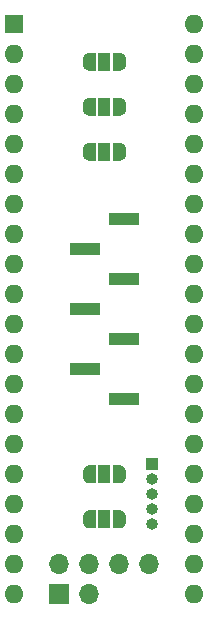
<source format=gbr>
G04 #@! TF.GenerationSoftware,KiCad,Pcbnew,(5.1.5)-3*
G04 #@! TF.CreationDate,2021-01-25T20:45:38-05:00*
G04 #@! TF.ProjectId,DIP40-XC9572XL,44495034-302d-4584-9339-353732584c2e,1*
G04 #@! TF.SameCoordinates,Original*
G04 #@! TF.FileFunction,Soldermask,Top*
G04 #@! TF.FilePolarity,Negative*
%FSLAX46Y46*%
G04 Gerber Fmt 4.6, Leading zero omitted, Abs format (unit mm)*
G04 Created by KiCad (PCBNEW (5.1.5)-3) date 2021-01-25 20:45:38*
%MOMM*%
%LPD*%
G04 APERTURE LIST*
%ADD10R,1.700000X1.700000*%
%ADD11O,1.700000X1.700000*%
%ADD12R,2.510000X1.000000*%
%ADD13R,1.000000X1.500000*%
%ADD14C,0.100000*%
%ADD15R,1.600000X1.600000*%
%ADD16O,1.600000X1.600000*%
%ADD17R,1.000000X1.000000*%
%ADD18O,1.000000X1.000000*%
G04 APERTURE END LIST*
D10*
X102870000Y-96520000D03*
D11*
X102870000Y-93980000D03*
X105410000Y-96520000D03*
X105410000Y-93980000D03*
X107950000Y-93980000D03*
X110490000Y-93980000D03*
D12*
X105025000Y-67310000D03*
X105025000Y-72390000D03*
X105025000Y-77470000D03*
X108335000Y-64770000D03*
X108335000Y-69850000D03*
X108335000Y-74930000D03*
X108335000Y-80010000D03*
D13*
X106680000Y-51435000D03*
D14*
G36*
X107980000Y-50685602D02*
G01*
X108004534Y-50685602D01*
X108053365Y-50690412D01*
X108101490Y-50699984D01*
X108148445Y-50714228D01*
X108193778Y-50733005D01*
X108237051Y-50756136D01*
X108277850Y-50783396D01*
X108315779Y-50814524D01*
X108350476Y-50849221D01*
X108381604Y-50887150D01*
X108408864Y-50927949D01*
X108431995Y-50971222D01*
X108450772Y-51016555D01*
X108465016Y-51063510D01*
X108474588Y-51111635D01*
X108479398Y-51160466D01*
X108479398Y-51185000D01*
X108480000Y-51185000D01*
X108480000Y-51685000D01*
X108479398Y-51685000D01*
X108479398Y-51709534D01*
X108474588Y-51758365D01*
X108465016Y-51806490D01*
X108450772Y-51853445D01*
X108431995Y-51898778D01*
X108408864Y-51942051D01*
X108381604Y-51982850D01*
X108350476Y-52020779D01*
X108315779Y-52055476D01*
X108277850Y-52086604D01*
X108237051Y-52113864D01*
X108193778Y-52136995D01*
X108148445Y-52155772D01*
X108101490Y-52170016D01*
X108053365Y-52179588D01*
X108004534Y-52184398D01*
X107980000Y-52184398D01*
X107980000Y-52185000D01*
X107430000Y-52185000D01*
X107430000Y-50685000D01*
X107980000Y-50685000D01*
X107980000Y-50685602D01*
G37*
G36*
X105930000Y-52185000D02*
G01*
X105380000Y-52185000D01*
X105380000Y-52184398D01*
X105355466Y-52184398D01*
X105306635Y-52179588D01*
X105258510Y-52170016D01*
X105211555Y-52155772D01*
X105166222Y-52136995D01*
X105122949Y-52113864D01*
X105082150Y-52086604D01*
X105044221Y-52055476D01*
X105009524Y-52020779D01*
X104978396Y-51982850D01*
X104951136Y-51942051D01*
X104928005Y-51898778D01*
X104909228Y-51853445D01*
X104894984Y-51806490D01*
X104885412Y-51758365D01*
X104880602Y-51709534D01*
X104880602Y-51685000D01*
X104880000Y-51685000D01*
X104880000Y-51185000D01*
X104880602Y-51185000D01*
X104880602Y-51160466D01*
X104885412Y-51111635D01*
X104894984Y-51063510D01*
X104909228Y-51016555D01*
X104928005Y-50971222D01*
X104951136Y-50927949D01*
X104978396Y-50887150D01*
X105009524Y-50849221D01*
X105044221Y-50814524D01*
X105082150Y-50783396D01*
X105122949Y-50756136D01*
X105166222Y-50733005D01*
X105211555Y-50714228D01*
X105258510Y-50699984D01*
X105306635Y-50690412D01*
X105355466Y-50685602D01*
X105380000Y-50685602D01*
X105380000Y-50685000D01*
X105930000Y-50685000D01*
X105930000Y-52185000D01*
G37*
D13*
X106680000Y-55245000D03*
D14*
G36*
X107980000Y-54495602D02*
G01*
X108004534Y-54495602D01*
X108053365Y-54500412D01*
X108101490Y-54509984D01*
X108148445Y-54524228D01*
X108193778Y-54543005D01*
X108237051Y-54566136D01*
X108277850Y-54593396D01*
X108315779Y-54624524D01*
X108350476Y-54659221D01*
X108381604Y-54697150D01*
X108408864Y-54737949D01*
X108431995Y-54781222D01*
X108450772Y-54826555D01*
X108465016Y-54873510D01*
X108474588Y-54921635D01*
X108479398Y-54970466D01*
X108479398Y-54995000D01*
X108480000Y-54995000D01*
X108480000Y-55495000D01*
X108479398Y-55495000D01*
X108479398Y-55519534D01*
X108474588Y-55568365D01*
X108465016Y-55616490D01*
X108450772Y-55663445D01*
X108431995Y-55708778D01*
X108408864Y-55752051D01*
X108381604Y-55792850D01*
X108350476Y-55830779D01*
X108315779Y-55865476D01*
X108277850Y-55896604D01*
X108237051Y-55923864D01*
X108193778Y-55946995D01*
X108148445Y-55965772D01*
X108101490Y-55980016D01*
X108053365Y-55989588D01*
X108004534Y-55994398D01*
X107980000Y-55994398D01*
X107980000Y-55995000D01*
X107430000Y-55995000D01*
X107430000Y-54495000D01*
X107980000Y-54495000D01*
X107980000Y-54495602D01*
G37*
G36*
X105930000Y-55995000D02*
G01*
X105380000Y-55995000D01*
X105380000Y-55994398D01*
X105355466Y-55994398D01*
X105306635Y-55989588D01*
X105258510Y-55980016D01*
X105211555Y-55965772D01*
X105166222Y-55946995D01*
X105122949Y-55923864D01*
X105082150Y-55896604D01*
X105044221Y-55865476D01*
X105009524Y-55830779D01*
X104978396Y-55792850D01*
X104951136Y-55752051D01*
X104928005Y-55708778D01*
X104909228Y-55663445D01*
X104894984Y-55616490D01*
X104885412Y-55568365D01*
X104880602Y-55519534D01*
X104880602Y-55495000D01*
X104880000Y-55495000D01*
X104880000Y-54995000D01*
X104880602Y-54995000D01*
X104880602Y-54970466D01*
X104885412Y-54921635D01*
X104894984Y-54873510D01*
X104909228Y-54826555D01*
X104928005Y-54781222D01*
X104951136Y-54737949D01*
X104978396Y-54697150D01*
X105009524Y-54659221D01*
X105044221Y-54624524D01*
X105082150Y-54593396D01*
X105122949Y-54566136D01*
X105166222Y-54543005D01*
X105211555Y-54524228D01*
X105258510Y-54509984D01*
X105306635Y-54500412D01*
X105355466Y-54495602D01*
X105380000Y-54495602D01*
X105380000Y-54495000D01*
X105930000Y-54495000D01*
X105930000Y-55995000D01*
G37*
G36*
X105930000Y-59805000D02*
G01*
X105380000Y-59805000D01*
X105380000Y-59804398D01*
X105355466Y-59804398D01*
X105306635Y-59799588D01*
X105258510Y-59790016D01*
X105211555Y-59775772D01*
X105166222Y-59756995D01*
X105122949Y-59733864D01*
X105082150Y-59706604D01*
X105044221Y-59675476D01*
X105009524Y-59640779D01*
X104978396Y-59602850D01*
X104951136Y-59562051D01*
X104928005Y-59518778D01*
X104909228Y-59473445D01*
X104894984Y-59426490D01*
X104885412Y-59378365D01*
X104880602Y-59329534D01*
X104880602Y-59305000D01*
X104880000Y-59305000D01*
X104880000Y-58805000D01*
X104880602Y-58805000D01*
X104880602Y-58780466D01*
X104885412Y-58731635D01*
X104894984Y-58683510D01*
X104909228Y-58636555D01*
X104928005Y-58591222D01*
X104951136Y-58547949D01*
X104978396Y-58507150D01*
X105009524Y-58469221D01*
X105044221Y-58434524D01*
X105082150Y-58403396D01*
X105122949Y-58376136D01*
X105166222Y-58353005D01*
X105211555Y-58334228D01*
X105258510Y-58319984D01*
X105306635Y-58310412D01*
X105355466Y-58305602D01*
X105380000Y-58305602D01*
X105380000Y-58305000D01*
X105930000Y-58305000D01*
X105930000Y-59805000D01*
G37*
G36*
X107980000Y-58305602D02*
G01*
X108004534Y-58305602D01*
X108053365Y-58310412D01*
X108101490Y-58319984D01*
X108148445Y-58334228D01*
X108193778Y-58353005D01*
X108237051Y-58376136D01*
X108277850Y-58403396D01*
X108315779Y-58434524D01*
X108350476Y-58469221D01*
X108381604Y-58507150D01*
X108408864Y-58547949D01*
X108431995Y-58591222D01*
X108450772Y-58636555D01*
X108465016Y-58683510D01*
X108474588Y-58731635D01*
X108479398Y-58780466D01*
X108479398Y-58805000D01*
X108480000Y-58805000D01*
X108480000Y-59305000D01*
X108479398Y-59305000D01*
X108479398Y-59329534D01*
X108474588Y-59378365D01*
X108465016Y-59426490D01*
X108450772Y-59473445D01*
X108431995Y-59518778D01*
X108408864Y-59562051D01*
X108381604Y-59602850D01*
X108350476Y-59640779D01*
X108315779Y-59675476D01*
X108277850Y-59706604D01*
X108237051Y-59733864D01*
X108193778Y-59756995D01*
X108148445Y-59775772D01*
X108101490Y-59790016D01*
X108053365Y-59799588D01*
X108004534Y-59804398D01*
X107980000Y-59804398D01*
X107980000Y-59805000D01*
X107430000Y-59805000D01*
X107430000Y-58305000D01*
X107980000Y-58305000D01*
X107980000Y-58305602D01*
G37*
D13*
X106680000Y-59055000D03*
D14*
G36*
X105930000Y-87110000D02*
G01*
X105380000Y-87110000D01*
X105380000Y-87109398D01*
X105355466Y-87109398D01*
X105306635Y-87104588D01*
X105258510Y-87095016D01*
X105211555Y-87080772D01*
X105166222Y-87061995D01*
X105122949Y-87038864D01*
X105082150Y-87011604D01*
X105044221Y-86980476D01*
X105009524Y-86945779D01*
X104978396Y-86907850D01*
X104951136Y-86867051D01*
X104928005Y-86823778D01*
X104909228Y-86778445D01*
X104894984Y-86731490D01*
X104885412Y-86683365D01*
X104880602Y-86634534D01*
X104880602Y-86610000D01*
X104880000Y-86610000D01*
X104880000Y-86110000D01*
X104880602Y-86110000D01*
X104880602Y-86085466D01*
X104885412Y-86036635D01*
X104894984Y-85988510D01*
X104909228Y-85941555D01*
X104928005Y-85896222D01*
X104951136Y-85852949D01*
X104978396Y-85812150D01*
X105009524Y-85774221D01*
X105044221Y-85739524D01*
X105082150Y-85708396D01*
X105122949Y-85681136D01*
X105166222Y-85658005D01*
X105211555Y-85639228D01*
X105258510Y-85624984D01*
X105306635Y-85615412D01*
X105355466Y-85610602D01*
X105380000Y-85610602D01*
X105380000Y-85610000D01*
X105930000Y-85610000D01*
X105930000Y-87110000D01*
G37*
G36*
X107980000Y-85610602D02*
G01*
X108004534Y-85610602D01*
X108053365Y-85615412D01*
X108101490Y-85624984D01*
X108148445Y-85639228D01*
X108193778Y-85658005D01*
X108237051Y-85681136D01*
X108277850Y-85708396D01*
X108315779Y-85739524D01*
X108350476Y-85774221D01*
X108381604Y-85812150D01*
X108408864Y-85852949D01*
X108431995Y-85896222D01*
X108450772Y-85941555D01*
X108465016Y-85988510D01*
X108474588Y-86036635D01*
X108479398Y-86085466D01*
X108479398Y-86110000D01*
X108480000Y-86110000D01*
X108480000Y-86610000D01*
X108479398Y-86610000D01*
X108479398Y-86634534D01*
X108474588Y-86683365D01*
X108465016Y-86731490D01*
X108450772Y-86778445D01*
X108431995Y-86823778D01*
X108408864Y-86867051D01*
X108381604Y-86907850D01*
X108350476Y-86945779D01*
X108315779Y-86980476D01*
X108277850Y-87011604D01*
X108237051Y-87038864D01*
X108193778Y-87061995D01*
X108148445Y-87080772D01*
X108101490Y-87095016D01*
X108053365Y-87104588D01*
X108004534Y-87109398D01*
X107980000Y-87109398D01*
X107980000Y-87110000D01*
X107430000Y-87110000D01*
X107430000Y-85610000D01*
X107980000Y-85610000D01*
X107980000Y-85610602D01*
G37*
D13*
X106680000Y-86360000D03*
D14*
G36*
X105930000Y-90920000D02*
G01*
X105380000Y-90920000D01*
X105380000Y-90919398D01*
X105355466Y-90919398D01*
X105306635Y-90914588D01*
X105258510Y-90905016D01*
X105211555Y-90890772D01*
X105166222Y-90871995D01*
X105122949Y-90848864D01*
X105082150Y-90821604D01*
X105044221Y-90790476D01*
X105009524Y-90755779D01*
X104978396Y-90717850D01*
X104951136Y-90677051D01*
X104928005Y-90633778D01*
X104909228Y-90588445D01*
X104894984Y-90541490D01*
X104885412Y-90493365D01*
X104880602Y-90444534D01*
X104880602Y-90420000D01*
X104880000Y-90420000D01*
X104880000Y-89920000D01*
X104880602Y-89920000D01*
X104880602Y-89895466D01*
X104885412Y-89846635D01*
X104894984Y-89798510D01*
X104909228Y-89751555D01*
X104928005Y-89706222D01*
X104951136Y-89662949D01*
X104978396Y-89622150D01*
X105009524Y-89584221D01*
X105044221Y-89549524D01*
X105082150Y-89518396D01*
X105122949Y-89491136D01*
X105166222Y-89468005D01*
X105211555Y-89449228D01*
X105258510Y-89434984D01*
X105306635Y-89425412D01*
X105355466Y-89420602D01*
X105380000Y-89420602D01*
X105380000Y-89420000D01*
X105930000Y-89420000D01*
X105930000Y-90920000D01*
G37*
G36*
X107980000Y-89420602D02*
G01*
X108004534Y-89420602D01*
X108053365Y-89425412D01*
X108101490Y-89434984D01*
X108148445Y-89449228D01*
X108193778Y-89468005D01*
X108237051Y-89491136D01*
X108277850Y-89518396D01*
X108315779Y-89549524D01*
X108350476Y-89584221D01*
X108381604Y-89622150D01*
X108408864Y-89662949D01*
X108431995Y-89706222D01*
X108450772Y-89751555D01*
X108465016Y-89798510D01*
X108474588Y-89846635D01*
X108479398Y-89895466D01*
X108479398Y-89920000D01*
X108480000Y-89920000D01*
X108480000Y-90420000D01*
X108479398Y-90420000D01*
X108479398Y-90444534D01*
X108474588Y-90493365D01*
X108465016Y-90541490D01*
X108450772Y-90588445D01*
X108431995Y-90633778D01*
X108408864Y-90677051D01*
X108381604Y-90717850D01*
X108350476Y-90755779D01*
X108315779Y-90790476D01*
X108277850Y-90821604D01*
X108237051Y-90848864D01*
X108193778Y-90871995D01*
X108148445Y-90890772D01*
X108101490Y-90905016D01*
X108053365Y-90914588D01*
X108004534Y-90919398D01*
X107980000Y-90919398D01*
X107980000Y-90920000D01*
X107430000Y-90920000D01*
X107430000Y-89420000D01*
X107980000Y-89420000D01*
X107980000Y-89420602D01*
G37*
D13*
X106680000Y-90170000D03*
D15*
X99060000Y-48260000D03*
D16*
X114300000Y-96520000D03*
X99060000Y-50800000D03*
X114300000Y-93980000D03*
X99060000Y-53340000D03*
X114300000Y-91440000D03*
X99060000Y-55880000D03*
X114300000Y-88900000D03*
X99060000Y-58420000D03*
X114300000Y-86360000D03*
X99060000Y-60960000D03*
X114300000Y-83820000D03*
X99060000Y-63500000D03*
X114300000Y-81280000D03*
X99060000Y-66040000D03*
X114300000Y-78740000D03*
X99060000Y-68580000D03*
X114300000Y-76200000D03*
X99060000Y-71120000D03*
X114300000Y-73660000D03*
X99060000Y-73660000D03*
X114300000Y-71120000D03*
X99060000Y-76200000D03*
X114300000Y-68580000D03*
X99060000Y-78740000D03*
X114300000Y-66040000D03*
X99060000Y-81280000D03*
X114300000Y-63500000D03*
X99060000Y-83820000D03*
X114300000Y-60960000D03*
X99060000Y-86360000D03*
X114300000Y-58420000D03*
X99060000Y-88900000D03*
X114300000Y-55880000D03*
X99060000Y-91440000D03*
X114300000Y-53340000D03*
X99060000Y-93980000D03*
X114300000Y-50800000D03*
X99060000Y-96520000D03*
X114300000Y-48260000D03*
D17*
X110744000Y-85534500D03*
D18*
X110744000Y-86804500D03*
X110744000Y-88074500D03*
X110744000Y-89344500D03*
X110744000Y-90614500D03*
M02*

</source>
